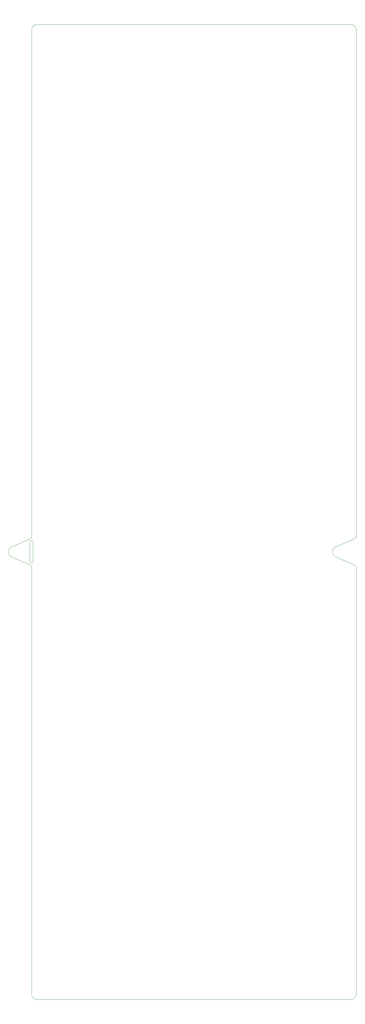
<source format=gbr>
%TF.GenerationSoftware,KiCad,Pcbnew,(6.0.4)*%
%TF.CreationDate,2022-11-15T14:34:14+02:00*%
%TF.ProjectId,pcb_heater_element,7063625f-6865-4617-9465-725f656c656d,rev?*%
%TF.SameCoordinates,Original*%
%TF.FileFunction,Profile,NP*%
%FSLAX46Y46*%
G04 Gerber Fmt 4.6, Leading zero omitted, Abs format (unit mm)*
G04 Created by KiCad (PCBNEW (6.0.4)) date 2022-11-15 14:34:14*
%MOMM*%
%LPD*%
G01*
G04 APERTURE LIST*
%TA.AperFunction,Profile*%
%ADD10C,0.100000*%
%TD*%
G04 APERTURE END LIST*
D10*
X112157699Y-216269136D02*
G75*
G03*
X111157701Y-216269136I-499999J0D01*
G01*
X111750000Y-223840000D02*
X111750000Y-355500000D01*
X211750000Y-214500000D02*
X211750000Y-58500000D01*
X210250000Y-357000000D02*
X113250000Y-357000000D01*
X112157700Y-222269138D02*
X112157698Y-216269136D01*
X113250000Y-57000000D02*
X210250000Y-57000000D01*
X205600014Y-217625035D02*
G75*
G03*
X205675000Y-220900000I649686J-1623465D01*
G01*
X105750000Y-220900000D02*
X111230732Y-223278110D01*
X111750000Y-355500000D02*
G75*
G03*
X113250000Y-357000000I1500000J0D01*
G01*
X111400719Y-215149980D02*
G75*
G03*
X111750732Y-214500000I-428319J649880D01*
G01*
X111157702Y-222269138D02*
G75*
G03*
X112157700Y-222269138I499999J0D01*
G01*
X111157701Y-216269136D02*
X111157702Y-222269138D01*
X111400732Y-215150000D02*
X105675000Y-217625000D01*
X211750000Y-58500000D02*
G75*
G03*
X210250000Y-57000000I-1500000J0D01*
G01*
X211749268Y-223840000D02*
X211750000Y-355500000D01*
X111750732Y-214500000D02*
X111750000Y-58500000D01*
X210250000Y-357000000D02*
G75*
G03*
X211750000Y-355500000I0J1500000D01*
G01*
X211400000Y-215150000D02*
X205600000Y-217625000D01*
X105675014Y-217625035D02*
G75*
G03*
X105750000Y-220900000I649686J-1623465D01*
G01*
X211399979Y-215149968D02*
G75*
G03*
X211750000Y-214500000I-428279J649868D01*
G01*
X211749217Y-223840011D02*
G75*
G03*
X211230000Y-223278110I-741017J-163889D01*
G01*
X205675000Y-220900000D02*
X211230000Y-223278110D01*
X111749995Y-223840001D02*
G75*
G03*
X111230732Y-223278110I-740995J-163899D01*
G01*
X113250000Y-57000000D02*
G75*
G03*
X111750000Y-58500000I0J-1500000D01*
G01*
M02*

</source>
